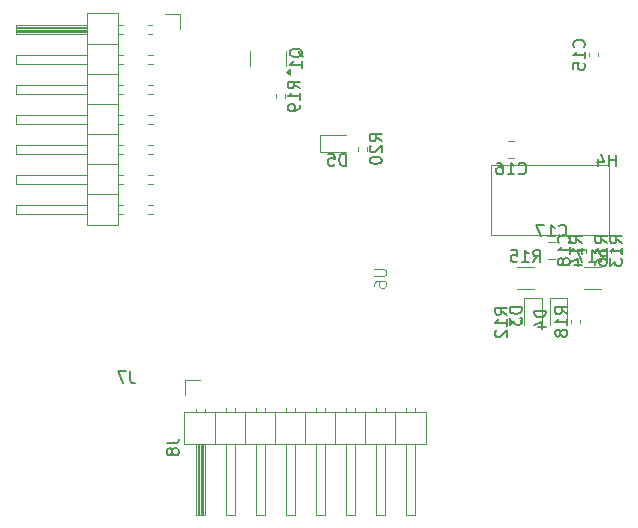
<source format=gbr>
%TF.GenerationSoftware,KiCad,Pcbnew,9.0.0*%
%TF.CreationDate,2025-03-20T21:32:39+01:00*%
%TF.ProjectId,PCB_Module_Payement,5043425f-4d6f-4647-956c-655f50617965,rev?*%
%TF.SameCoordinates,Original*%
%TF.FileFunction,Legend,Bot*%
%TF.FilePolarity,Positive*%
%FSLAX46Y46*%
G04 Gerber Fmt 4.6, Leading zero omitted, Abs format (unit mm)*
G04 Created by KiCad (PCBNEW 9.0.0) date 2025-03-20 21:32:39*
%MOMM*%
%LPD*%
G01*
G04 APERTURE LIST*
%ADD10C,0.150000*%
%ADD11C,0.100000*%
%ADD12C,0.120000*%
G04 APERTURE END LIST*
D10*
X155738094Y-100734819D02*
X155738094Y-99734819D01*
X155738094Y-99734819D02*
X155499999Y-99734819D01*
X155499999Y-99734819D02*
X155357142Y-99782438D01*
X155357142Y-99782438D02*
X155261904Y-99877676D01*
X155261904Y-99877676D02*
X155214285Y-99972914D01*
X155214285Y-99972914D02*
X155166666Y-100163390D01*
X155166666Y-100163390D02*
X155166666Y-100306247D01*
X155166666Y-100306247D02*
X155214285Y-100496723D01*
X155214285Y-100496723D02*
X155261904Y-100591961D01*
X155261904Y-100591961D02*
X155357142Y-100687200D01*
X155357142Y-100687200D02*
X155499999Y-100734819D01*
X155499999Y-100734819D02*
X155738094Y-100734819D01*
X154261904Y-99734819D02*
X154738094Y-99734819D01*
X154738094Y-99734819D02*
X154785713Y-100211009D01*
X154785713Y-100211009D02*
X154738094Y-100163390D01*
X154738094Y-100163390D02*
X154642856Y-100115771D01*
X154642856Y-100115771D02*
X154404761Y-100115771D01*
X154404761Y-100115771D02*
X154309523Y-100163390D01*
X154309523Y-100163390D02*
X154261904Y-100211009D01*
X154261904Y-100211009D02*
X154214285Y-100306247D01*
X154214285Y-100306247D02*
X154214285Y-100544342D01*
X154214285Y-100544342D02*
X154261904Y-100639580D01*
X154261904Y-100639580D02*
X154309523Y-100687200D01*
X154309523Y-100687200D02*
X154404761Y-100734819D01*
X154404761Y-100734819D02*
X154642856Y-100734819D01*
X154642856Y-100734819D02*
X154738094Y-100687200D01*
X154738094Y-100687200D02*
X154785713Y-100639580D01*
X175899580Y-90707142D02*
X175947200Y-90659523D01*
X175947200Y-90659523D02*
X175994819Y-90516666D01*
X175994819Y-90516666D02*
X175994819Y-90421428D01*
X175994819Y-90421428D02*
X175947200Y-90278571D01*
X175947200Y-90278571D02*
X175851961Y-90183333D01*
X175851961Y-90183333D02*
X175756723Y-90135714D01*
X175756723Y-90135714D02*
X175566247Y-90088095D01*
X175566247Y-90088095D02*
X175423390Y-90088095D01*
X175423390Y-90088095D02*
X175232914Y-90135714D01*
X175232914Y-90135714D02*
X175137676Y-90183333D01*
X175137676Y-90183333D02*
X175042438Y-90278571D01*
X175042438Y-90278571D02*
X174994819Y-90421428D01*
X174994819Y-90421428D02*
X174994819Y-90516666D01*
X174994819Y-90516666D02*
X175042438Y-90659523D01*
X175042438Y-90659523D02*
X175090057Y-90707142D01*
X175994819Y-91659523D02*
X175994819Y-91088095D01*
X175994819Y-91373809D02*
X174994819Y-91373809D01*
X174994819Y-91373809D02*
X175137676Y-91278571D01*
X175137676Y-91278571D02*
X175232914Y-91183333D01*
X175232914Y-91183333D02*
X175280533Y-91088095D01*
X174994819Y-92564285D02*
X174994819Y-92088095D01*
X174994819Y-92088095D02*
X175471009Y-92040476D01*
X175471009Y-92040476D02*
X175423390Y-92088095D01*
X175423390Y-92088095D02*
X175375771Y-92183333D01*
X175375771Y-92183333D02*
X175375771Y-92421428D01*
X175375771Y-92421428D02*
X175423390Y-92516666D01*
X175423390Y-92516666D02*
X175471009Y-92564285D01*
X175471009Y-92564285D02*
X175566247Y-92611904D01*
X175566247Y-92611904D02*
X175804342Y-92611904D01*
X175804342Y-92611904D02*
X175899580Y-92564285D01*
X175899580Y-92564285D02*
X175947200Y-92516666D01*
X175947200Y-92516666D02*
X175994819Y-92421428D01*
X175994819Y-92421428D02*
X175994819Y-92183333D01*
X175994819Y-92183333D02*
X175947200Y-92088095D01*
X175947200Y-92088095D02*
X175899580Y-92040476D01*
X178591904Y-100804819D02*
X178591904Y-99804819D01*
X178591904Y-100281009D02*
X178020476Y-100281009D01*
X178020476Y-100804819D02*
X178020476Y-99804819D01*
X177115714Y-100138152D02*
X177115714Y-100804819D01*
X177353809Y-99757200D02*
X177591904Y-100471485D01*
X177591904Y-100471485D02*
X176972857Y-100471485D01*
X151824819Y-94207142D02*
X151348628Y-93873809D01*
X151824819Y-93635714D02*
X150824819Y-93635714D01*
X150824819Y-93635714D02*
X150824819Y-94016666D01*
X150824819Y-94016666D02*
X150872438Y-94111904D01*
X150872438Y-94111904D02*
X150920057Y-94159523D01*
X150920057Y-94159523D02*
X151015295Y-94207142D01*
X151015295Y-94207142D02*
X151158152Y-94207142D01*
X151158152Y-94207142D02*
X151253390Y-94159523D01*
X151253390Y-94159523D02*
X151301009Y-94111904D01*
X151301009Y-94111904D02*
X151348628Y-94016666D01*
X151348628Y-94016666D02*
X151348628Y-93635714D01*
X151824819Y-95159523D02*
X151824819Y-94588095D01*
X151824819Y-94873809D02*
X150824819Y-94873809D01*
X150824819Y-94873809D02*
X150967676Y-94778571D01*
X150967676Y-94778571D02*
X151062914Y-94683333D01*
X151062914Y-94683333D02*
X151110533Y-94588095D01*
X151824819Y-95635714D02*
X151824819Y-95826190D01*
X151824819Y-95826190D02*
X151777200Y-95921428D01*
X151777200Y-95921428D02*
X151729580Y-95969047D01*
X151729580Y-95969047D02*
X151586723Y-96064285D01*
X151586723Y-96064285D02*
X151396247Y-96111904D01*
X151396247Y-96111904D02*
X151015295Y-96111904D01*
X151015295Y-96111904D02*
X150920057Y-96064285D01*
X150920057Y-96064285D02*
X150872438Y-96016666D01*
X150872438Y-96016666D02*
X150824819Y-95921428D01*
X150824819Y-95921428D02*
X150824819Y-95730952D01*
X150824819Y-95730952D02*
X150872438Y-95635714D01*
X150872438Y-95635714D02*
X150920057Y-95588095D01*
X150920057Y-95588095D02*
X151015295Y-95540476D01*
X151015295Y-95540476D02*
X151253390Y-95540476D01*
X151253390Y-95540476D02*
X151348628Y-95588095D01*
X151348628Y-95588095D02*
X151396247Y-95635714D01*
X151396247Y-95635714D02*
X151443866Y-95730952D01*
X151443866Y-95730952D02*
X151443866Y-95921428D01*
X151443866Y-95921428D02*
X151396247Y-96016666D01*
X151396247Y-96016666D02*
X151348628Y-96064285D01*
X151348628Y-96064285D02*
X151253390Y-96111904D01*
X152100057Y-91567261D02*
X152052438Y-91472023D01*
X152052438Y-91472023D02*
X151957200Y-91376785D01*
X151957200Y-91376785D02*
X151814342Y-91233928D01*
X151814342Y-91233928D02*
X151766723Y-91138690D01*
X151766723Y-91138690D02*
X151766723Y-91043452D01*
X152004819Y-91091071D02*
X151957200Y-90995833D01*
X151957200Y-90995833D02*
X151861961Y-90900595D01*
X151861961Y-90900595D02*
X151671485Y-90852976D01*
X151671485Y-90852976D02*
X151338152Y-90852976D01*
X151338152Y-90852976D02*
X151147676Y-90900595D01*
X151147676Y-90900595D02*
X151052438Y-90995833D01*
X151052438Y-90995833D02*
X151004819Y-91091071D01*
X151004819Y-91091071D02*
X151004819Y-91281547D01*
X151004819Y-91281547D02*
X151052438Y-91376785D01*
X151052438Y-91376785D02*
X151147676Y-91472023D01*
X151147676Y-91472023D02*
X151338152Y-91519642D01*
X151338152Y-91519642D02*
X151671485Y-91519642D01*
X151671485Y-91519642D02*
X151861961Y-91472023D01*
X151861961Y-91472023D02*
X151957200Y-91376785D01*
X151957200Y-91376785D02*
X152004819Y-91281547D01*
X152004819Y-91281547D02*
X152004819Y-91091071D01*
X152004819Y-92472023D02*
X152004819Y-91900595D01*
X152004819Y-92186309D02*
X151004819Y-92186309D01*
X151004819Y-92186309D02*
X151147676Y-92091071D01*
X151147676Y-92091071D02*
X151242914Y-91995833D01*
X151242914Y-91995833D02*
X151290533Y-91900595D01*
X169384819Y-113357142D02*
X168908628Y-113023809D01*
X169384819Y-112785714D02*
X168384819Y-112785714D01*
X168384819Y-112785714D02*
X168384819Y-113166666D01*
X168384819Y-113166666D02*
X168432438Y-113261904D01*
X168432438Y-113261904D02*
X168480057Y-113309523D01*
X168480057Y-113309523D02*
X168575295Y-113357142D01*
X168575295Y-113357142D02*
X168718152Y-113357142D01*
X168718152Y-113357142D02*
X168813390Y-113309523D01*
X168813390Y-113309523D02*
X168861009Y-113261904D01*
X168861009Y-113261904D02*
X168908628Y-113166666D01*
X168908628Y-113166666D02*
X168908628Y-112785714D01*
X169384819Y-114309523D02*
X169384819Y-113738095D01*
X169384819Y-114023809D02*
X168384819Y-114023809D01*
X168384819Y-114023809D02*
X168527676Y-113928571D01*
X168527676Y-113928571D02*
X168622914Y-113833333D01*
X168622914Y-113833333D02*
X168670533Y-113738095D01*
X168480057Y-114690476D02*
X168432438Y-114738095D01*
X168432438Y-114738095D02*
X168384819Y-114833333D01*
X168384819Y-114833333D02*
X168384819Y-115071428D01*
X168384819Y-115071428D02*
X168432438Y-115166666D01*
X168432438Y-115166666D02*
X168480057Y-115214285D01*
X168480057Y-115214285D02*
X168575295Y-115261904D01*
X168575295Y-115261904D02*
X168670533Y-115261904D01*
X168670533Y-115261904D02*
X168813390Y-115214285D01*
X168813390Y-115214285D02*
X169384819Y-114642857D01*
X169384819Y-114642857D02*
X169384819Y-115261904D01*
X179124819Y-107307142D02*
X178648628Y-106973809D01*
X179124819Y-106735714D02*
X178124819Y-106735714D01*
X178124819Y-106735714D02*
X178124819Y-107116666D01*
X178124819Y-107116666D02*
X178172438Y-107211904D01*
X178172438Y-107211904D02*
X178220057Y-107259523D01*
X178220057Y-107259523D02*
X178315295Y-107307142D01*
X178315295Y-107307142D02*
X178458152Y-107307142D01*
X178458152Y-107307142D02*
X178553390Y-107259523D01*
X178553390Y-107259523D02*
X178601009Y-107211904D01*
X178601009Y-107211904D02*
X178648628Y-107116666D01*
X178648628Y-107116666D02*
X178648628Y-106735714D01*
X179124819Y-108259523D02*
X179124819Y-107688095D01*
X179124819Y-107973809D02*
X178124819Y-107973809D01*
X178124819Y-107973809D02*
X178267676Y-107878571D01*
X178267676Y-107878571D02*
X178362914Y-107783333D01*
X178362914Y-107783333D02*
X178410533Y-107688095D01*
X178124819Y-108592857D02*
X178124819Y-109211904D01*
X178124819Y-109211904D02*
X178505771Y-108878571D01*
X178505771Y-108878571D02*
X178505771Y-109021428D01*
X178505771Y-109021428D02*
X178553390Y-109116666D01*
X178553390Y-109116666D02*
X178601009Y-109164285D01*
X178601009Y-109164285D02*
X178696247Y-109211904D01*
X178696247Y-109211904D02*
X178934342Y-109211904D01*
X178934342Y-109211904D02*
X179029580Y-109164285D01*
X179029580Y-109164285D02*
X179077200Y-109116666D01*
X179077200Y-109116666D02*
X179124819Y-109021428D01*
X179124819Y-109021428D02*
X179124819Y-108735714D01*
X179124819Y-108735714D02*
X179077200Y-108640476D01*
X179077200Y-108640476D02*
X179029580Y-108592857D01*
X158774819Y-98667142D02*
X158298628Y-98333809D01*
X158774819Y-98095714D02*
X157774819Y-98095714D01*
X157774819Y-98095714D02*
X157774819Y-98476666D01*
X157774819Y-98476666D02*
X157822438Y-98571904D01*
X157822438Y-98571904D02*
X157870057Y-98619523D01*
X157870057Y-98619523D02*
X157965295Y-98667142D01*
X157965295Y-98667142D02*
X158108152Y-98667142D01*
X158108152Y-98667142D02*
X158203390Y-98619523D01*
X158203390Y-98619523D02*
X158251009Y-98571904D01*
X158251009Y-98571904D02*
X158298628Y-98476666D01*
X158298628Y-98476666D02*
X158298628Y-98095714D01*
X157870057Y-99048095D02*
X157822438Y-99095714D01*
X157822438Y-99095714D02*
X157774819Y-99190952D01*
X157774819Y-99190952D02*
X157774819Y-99429047D01*
X157774819Y-99429047D02*
X157822438Y-99524285D01*
X157822438Y-99524285D02*
X157870057Y-99571904D01*
X157870057Y-99571904D02*
X157965295Y-99619523D01*
X157965295Y-99619523D02*
X158060533Y-99619523D01*
X158060533Y-99619523D02*
X158203390Y-99571904D01*
X158203390Y-99571904D02*
X158774819Y-99000476D01*
X158774819Y-99000476D02*
X158774819Y-99619523D01*
X157774819Y-100238571D02*
X157774819Y-100333809D01*
X157774819Y-100333809D02*
X157822438Y-100429047D01*
X157822438Y-100429047D02*
X157870057Y-100476666D01*
X157870057Y-100476666D02*
X157965295Y-100524285D01*
X157965295Y-100524285D02*
X158155771Y-100571904D01*
X158155771Y-100571904D02*
X158393866Y-100571904D01*
X158393866Y-100571904D02*
X158584342Y-100524285D01*
X158584342Y-100524285D02*
X158679580Y-100476666D01*
X158679580Y-100476666D02*
X158727200Y-100429047D01*
X158727200Y-100429047D02*
X158774819Y-100333809D01*
X158774819Y-100333809D02*
X158774819Y-100238571D01*
X158774819Y-100238571D02*
X158727200Y-100143333D01*
X158727200Y-100143333D02*
X158679580Y-100095714D01*
X158679580Y-100095714D02*
X158584342Y-100048095D01*
X158584342Y-100048095D02*
X158393866Y-100000476D01*
X158393866Y-100000476D02*
X158155771Y-100000476D01*
X158155771Y-100000476D02*
X157965295Y-100048095D01*
X157965295Y-100048095D02*
X157870057Y-100095714D01*
X157870057Y-100095714D02*
X157822438Y-100143333D01*
X157822438Y-100143333D02*
X157774819Y-100238571D01*
D11*
X158157419Y-109488095D02*
X158966942Y-109488095D01*
X158966942Y-109488095D02*
X159062180Y-109535714D01*
X159062180Y-109535714D02*
X159109800Y-109583333D01*
X159109800Y-109583333D02*
X159157419Y-109678571D01*
X159157419Y-109678571D02*
X159157419Y-109869047D01*
X159157419Y-109869047D02*
X159109800Y-109964285D01*
X159109800Y-109964285D02*
X159062180Y-110011904D01*
X159062180Y-110011904D02*
X158966942Y-110059523D01*
X158966942Y-110059523D02*
X158157419Y-110059523D01*
X158157419Y-110964285D02*
X158157419Y-110773809D01*
X158157419Y-110773809D02*
X158205038Y-110678571D01*
X158205038Y-110678571D02*
X158252657Y-110630952D01*
X158252657Y-110630952D02*
X158395514Y-110535714D01*
X158395514Y-110535714D02*
X158585990Y-110488095D01*
X158585990Y-110488095D02*
X158966942Y-110488095D01*
X158966942Y-110488095D02*
X159062180Y-110535714D01*
X159062180Y-110535714D02*
X159109800Y-110583333D01*
X159109800Y-110583333D02*
X159157419Y-110678571D01*
X159157419Y-110678571D02*
X159157419Y-110869047D01*
X159157419Y-110869047D02*
X159109800Y-110964285D01*
X159109800Y-110964285D02*
X159062180Y-111011904D01*
X159062180Y-111011904D02*
X158966942Y-111059523D01*
X158966942Y-111059523D02*
X158728847Y-111059523D01*
X158728847Y-111059523D02*
X158633609Y-111011904D01*
X158633609Y-111011904D02*
X158585990Y-110964285D01*
X158585990Y-110964285D02*
X158538371Y-110869047D01*
X158538371Y-110869047D02*
X158538371Y-110678571D01*
X158538371Y-110678571D02*
X158585990Y-110583333D01*
X158585990Y-110583333D02*
X158633609Y-110535714D01*
X158633609Y-110535714D02*
X158728847Y-110488095D01*
D10*
X170624819Y-112711905D02*
X169624819Y-112711905D01*
X169624819Y-112711905D02*
X169624819Y-112950000D01*
X169624819Y-112950000D02*
X169672438Y-113092857D01*
X169672438Y-113092857D02*
X169767676Y-113188095D01*
X169767676Y-113188095D02*
X169862914Y-113235714D01*
X169862914Y-113235714D02*
X170053390Y-113283333D01*
X170053390Y-113283333D02*
X170196247Y-113283333D01*
X170196247Y-113283333D02*
X170386723Y-113235714D01*
X170386723Y-113235714D02*
X170481961Y-113188095D01*
X170481961Y-113188095D02*
X170577200Y-113092857D01*
X170577200Y-113092857D02*
X170624819Y-112950000D01*
X170624819Y-112950000D02*
X170624819Y-112711905D01*
X169624819Y-113616667D02*
X169624819Y-114235714D01*
X169624819Y-114235714D02*
X170005771Y-113902381D01*
X170005771Y-113902381D02*
X170005771Y-114045238D01*
X170005771Y-114045238D02*
X170053390Y-114140476D01*
X170053390Y-114140476D02*
X170101009Y-114188095D01*
X170101009Y-114188095D02*
X170196247Y-114235714D01*
X170196247Y-114235714D02*
X170434342Y-114235714D01*
X170434342Y-114235714D02*
X170529580Y-114188095D01*
X170529580Y-114188095D02*
X170577200Y-114140476D01*
X170577200Y-114140476D02*
X170624819Y-114045238D01*
X170624819Y-114045238D02*
X170624819Y-113759524D01*
X170624819Y-113759524D02*
X170577200Y-113664286D01*
X170577200Y-113664286D02*
X170529580Y-113616667D01*
X175734819Y-107307142D02*
X175258628Y-106973809D01*
X175734819Y-106735714D02*
X174734819Y-106735714D01*
X174734819Y-106735714D02*
X174734819Y-107116666D01*
X174734819Y-107116666D02*
X174782438Y-107211904D01*
X174782438Y-107211904D02*
X174830057Y-107259523D01*
X174830057Y-107259523D02*
X174925295Y-107307142D01*
X174925295Y-107307142D02*
X175068152Y-107307142D01*
X175068152Y-107307142D02*
X175163390Y-107259523D01*
X175163390Y-107259523D02*
X175211009Y-107211904D01*
X175211009Y-107211904D02*
X175258628Y-107116666D01*
X175258628Y-107116666D02*
X175258628Y-106735714D01*
X175734819Y-108259523D02*
X175734819Y-107688095D01*
X175734819Y-107973809D02*
X174734819Y-107973809D01*
X174734819Y-107973809D02*
X174877676Y-107878571D01*
X174877676Y-107878571D02*
X174972914Y-107783333D01*
X174972914Y-107783333D02*
X175020533Y-107688095D01*
X175068152Y-109116666D02*
X175734819Y-109116666D01*
X174687200Y-108878571D02*
X175401485Y-108640476D01*
X175401485Y-108640476D02*
X175401485Y-109259523D01*
X170392857Y-101389580D02*
X170440476Y-101437200D01*
X170440476Y-101437200D02*
X170583333Y-101484819D01*
X170583333Y-101484819D02*
X170678571Y-101484819D01*
X170678571Y-101484819D02*
X170821428Y-101437200D01*
X170821428Y-101437200D02*
X170916666Y-101341961D01*
X170916666Y-101341961D02*
X170964285Y-101246723D01*
X170964285Y-101246723D02*
X171011904Y-101056247D01*
X171011904Y-101056247D02*
X171011904Y-100913390D01*
X171011904Y-100913390D02*
X170964285Y-100722914D01*
X170964285Y-100722914D02*
X170916666Y-100627676D01*
X170916666Y-100627676D02*
X170821428Y-100532438D01*
X170821428Y-100532438D02*
X170678571Y-100484819D01*
X170678571Y-100484819D02*
X170583333Y-100484819D01*
X170583333Y-100484819D02*
X170440476Y-100532438D01*
X170440476Y-100532438D02*
X170392857Y-100580057D01*
X169440476Y-101484819D02*
X170011904Y-101484819D01*
X169726190Y-101484819D02*
X169726190Y-100484819D01*
X169726190Y-100484819D02*
X169821428Y-100627676D01*
X169821428Y-100627676D02*
X169916666Y-100722914D01*
X169916666Y-100722914D02*
X170011904Y-100770533D01*
X168583333Y-100484819D02*
X168773809Y-100484819D01*
X168773809Y-100484819D02*
X168869047Y-100532438D01*
X168869047Y-100532438D02*
X168916666Y-100580057D01*
X168916666Y-100580057D02*
X169011904Y-100722914D01*
X169011904Y-100722914D02*
X169059523Y-100913390D01*
X169059523Y-100913390D02*
X169059523Y-101294342D01*
X169059523Y-101294342D02*
X169011904Y-101389580D01*
X169011904Y-101389580D02*
X168964285Y-101437200D01*
X168964285Y-101437200D02*
X168869047Y-101484819D01*
X168869047Y-101484819D02*
X168678571Y-101484819D01*
X168678571Y-101484819D02*
X168583333Y-101437200D01*
X168583333Y-101437200D02*
X168535714Y-101389580D01*
X168535714Y-101389580D02*
X168488095Y-101294342D01*
X168488095Y-101294342D02*
X168488095Y-101056247D01*
X168488095Y-101056247D02*
X168535714Y-100961009D01*
X168535714Y-100961009D02*
X168583333Y-100913390D01*
X168583333Y-100913390D02*
X168678571Y-100865771D01*
X168678571Y-100865771D02*
X168869047Y-100865771D01*
X168869047Y-100865771D02*
X168964285Y-100913390D01*
X168964285Y-100913390D02*
X169011904Y-100961009D01*
X169011904Y-100961009D02*
X169059523Y-101056247D01*
X171592857Y-108884819D02*
X171926190Y-108408628D01*
X172164285Y-108884819D02*
X172164285Y-107884819D01*
X172164285Y-107884819D02*
X171783333Y-107884819D01*
X171783333Y-107884819D02*
X171688095Y-107932438D01*
X171688095Y-107932438D02*
X171640476Y-107980057D01*
X171640476Y-107980057D02*
X171592857Y-108075295D01*
X171592857Y-108075295D02*
X171592857Y-108218152D01*
X171592857Y-108218152D02*
X171640476Y-108313390D01*
X171640476Y-108313390D02*
X171688095Y-108361009D01*
X171688095Y-108361009D02*
X171783333Y-108408628D01*
X171783333Y-108408628D02*
X172164285Y-108408628D01*
X170640476Y-108884819D02*
X171211904Y-108884819D01*
X170926190Y-108884819D02*
X170926190Y-107884819D01*
X170926190Y-107884819D02*
X171021428Y-108027676D01*
X171021428Y-108027676D02*
X171116666Y-108122914D01*
X171116666Y-108122914D02*
X171211904Y-108170533D01*
X169735714Y-107884819D02*
X170211904Y-107884819D01*
X170211904Y-107884819D02*
X170259523Y-108361009D01*
X170259523Y-108361009D02*
X170211904Y-108313390D01*
X170211904Y-108313390D02*
X170116666Y-108265771D01*
X170116666Y-108265771D02*
X169878571Y-108265771D01*
X169878571Y-108265771D02*
X169783333Y-108313390D01*
X169783333Y-108313390D02*
X169735714Y-108361009D01*
X169735714Y-108361009D02*
X169688095Y-108456247D01*
X169688095Y-108456247D02*
X169688095Y-108694342D01*
X169688095Y-108694342D02*
X169735714Y-108789580D01*
X169735714Y-108789580D02*
X169783333Y-108837200D01*
X169783333Y-108837200D02*
X169878571Y-108884819D01*
X169878571Y-108884819D02*
X170116666Y-108884819D01*
X170116666Y-108884819D02*
X170211904Y-108837200D01*
X170211904Y-108837200D02*
X170259523Y-108789580D01*
X137478333Y-118159819D02*
X137478333Y-118874104D01*
X137478333Y-118874104D02*
X137525952Y-119016961D01*
X137525952Y-119016961D02*
X137621190Y-119112200D01*
X137621190Y-119112200D02*
X137764047Y-119159819D01*
X137764047Y-119159819D02*
X137859285Y-119159819D01*
X137097380Y-118159819D02*
X136430714Y-118159819D01*
X136430714Y-118159819D02*
X136859285Y-119159819D01*
X140594819Y-124246666D02*
X141309104Y-124246666D01*
X141309104Y-124246666D02*
X141451961Y-124199047D01*
X141451961Y-124199047D02*
X141547200Y-124103809D01*
X141547200Y-124103809D02*
X141594819Y-123960952D01*
X141594819Y-123960952D02*
X141594819Y-123865714D01*
X141023390Y-124865714D02*
X140975771Y-124770476D01*
X140975771Y-124770476D02*
X140928152Y-124722857D01*
X140928152Y-124722857D02*
X140832914Y-124675238D01*
X140832914Y-124675238D02*
X140785295Y-124675238D01*
X140785295Y-124675238D02*
X140690057Y-124722857D01*
X140690057Y-124722857D02*
X140642438Y-124770476D01*
X140642438Y-124770476D02*
X140594819Y-124865714D01*
X140594819Y-124865714D02*
X140594819Y-125056190D01*
X140594819Y-125056190D02*
X140642438Y-125151428D01*
X140642438Y-125151428D02*
X140690057Y-125199047D01*
X140690057Y-125199047D02*
X140785295Y-125246666D01*
X140785295Y-125246666D02*
X140832914Y-125246666D01*
X140832914Y-125246666D02*
X140928152Y-125199047D01*
X140928152Y-125199047D02*
X140975771Y-125151428D01*
X140975771Y-125151428D02*
X141023390Y-125056190D01*
X141023390Y-125056190D02*
X141023390Y-124865714D01*
X141023390Y-124865714D02*
X141071009Y-124770476D01*
X141071009Y-124770476D02*
X141118628Y-124722857D01*
X141118628Y-124722857D02*
X141213866Y-124675238D01*
X141213866Y-124675238D02*
X141404342Y-124675238D01*
X141404342Y-124675238D02*
X141499580Y-124722857D01*
X141499580Y-124722857D02*
X141547200Y-124770476D01*
X141547200Y-124770476D02*
X141594819Y-124865714D01*
X141594819Y-124865714D02*
X141594819Y-125056190D01*
X141594819Y-125056190D02*
X141547200Y-125151428D01*
X141547200Y-125151428D02*
X141499580Y-125199047D01*
X141499580Y-125199047D02*
X141404342Y-125246666D01*
X141404342Y-125246666D02*
X141213866Y-125246666D01*
X141213866Y-125246666D02*
X141118628Y-125199047D01*
X141118628Y-125199047D02*
X141071009Y-125151428D01*
X141071009Y-125151428D02*
X141023390Y-125056190D01*
X177834819Y-107307142D02*
X177358628Y-106973809D01*
X177834819Y-106735714D02*
X176834819Y-106735714D01*
X176834819Y-106735714D02*
X176834819Y-107116666D01*
X176834819Y-107116666D02*
X176882438Y-107211904D01*
X176882438Y-107211904D02*
X176930057Y-107259523D01*
X176930057Y-107259523D02*
X177025295Y-107307142D01*
X177025295Y-107307142D02*
X177168152Y-107307142D01*
X177168152Y-107307142D02*
X177263390Y-107259523D01*
X177263390Y-107259523D02*
X177311009Y-107211904D01*
X177311009Y-107211904D02*
X177358628Y-107116666D01*
X177358628Y-107116666D02*
X177358628Y-106735714D01*
X177834819Y-108259523D02*
X177834819Y-107688095D01*
X177834819Y-107973809D02*
X176834819Y-107973809D01*
X176834819Y-107973809D02*
X176977676Y-107878571D01*
X176977676Y-107878571D02*
X177072914Y-107783333D01*
X177072914Y-107783333D02*
X177120533Y-107688095D01*
X176834819Y-109116666D02*
X176834819Y-108926190D01*
X176834819Y-108926190D02*
X176882438Y-108830952D01*
X176882438Y-108830952D02*
X176930057Y-108783333D01*
X176930057Y-108783333D02*
X177072914Y-108688095D01*
X177072914Y-108688095D02*
X177263390Y-108640476D01*
X177263390Y-108640476D02*
X177644342Y-108640476D01*
X177644342Y-108640476D02*
X177739580Y-108688095D01*
X177739580Y-108688095D02*
X177787200Y-108735714D01*
X177787200Y-108735714D02*
X177834819Y-108830952D01*
X177834819Y-108830952D02*
X177834819Y-109021428D01*
X177834819Y-109021428D02*
X177787200Y-109116666D01*
X177787200Y-109116666D02*
X177739580Y-109164285D01*
X177739580Y-109164285D02*
X177644342Y-109211904D01*
X177644342Y-109211904D02*
X177406247Y-109211904D01*
X177406247Y-109211904D02*
X177311009Y-109164285D01*
X177311009Y-109164285D02*
X177263390Y-109116666D01*
X177263390Y-109116666D02*
X177215771Y-109021428D01*
X177215771Y-109021428D02*
X177215771Y-108830952D01*
X177215771Y-108830952D02*
X177263390Y-108735714D01*
X177263390Y-108735714D02*
X177311009Y-108688095D01*
X177311009Y-108688095D02*
X177406247Y-108640476D01*
X177292857Y-108884819D02*
X177626190Y-108408628D01*
X177864285Y-108884819D02*
X177864285Y-107884819D01*
X177864285Y-107884819D02*
X177483333Y-107884819D01*
X177483333Y-107884819D02*
X177388095Y-107932438D01*
X177388095Y-107932438D02*
X177340476Y-107980057D01*
X177340476Y-107980057D02*
X177292857Y-108075295D01*
X177292857Y-108075295D02*
X177292857Y-108218152D01*
X177292857Y-108218152D02*
X177340476Y-108313390D01*
X177340476Y-108313390D02*
X177388095Y-108361009D01*
X177388095Y-108361009D02*
X177483333Y-108408628D01*
X177483333Y-108408628D02*
X177864285Y-108408628D01*
X176340476Y-108884819D02*
X176911904Y-108884819D01*
X176626190Y-108884819D02*
X176626190Y-107884819D01*
X176626190Y-107884819D02*
X176721428Y-108027676D01*
X176721428Y-108027676D02*
X176816666Y-108122914D01*
X176816666Y-108122914D02*
X176911904Y-108170533D01*
X176007142Y-107884819D02*
X175340476Y-107884819D01*
X175340476Y-107884819D02*
X175769047Y-108884819D01*
X173792857Y-106629580D02*
X173840476Y-106677200D01*
X173840476Y-106677200D02*
X173983333Y-106724819D01*
X173983333Y-106724819D02*
X174078571Y-106724819D01*
X174078571Y-106724819D02*
X174221428Y-106677200D01*
X174221428Y-106677200D02*
X174316666Y-106581961D01*
X174316666Y-106581961D02*
X174364285Y-106486723D01*
X174364285Y-106486723D02*
X174411904Y-106296247D01*
X174411904Y-106296247D02*
X174411904Y-106153390D01*
X174411904Y-106153390D02*
X174364285Y-105962914D01*
X174364285Y-105962914D02*
X174316666Y-105867676D01*
X174316666Y-105867676D02*
X174221428Y-105772438D01*
X174221428Y-105772438D02*
X174078571Y-105724819D01*
X174078571Y-105724819D02*
X173983333Y-105724819D01*
X173983333Y-105724819D02*
X173840476Y-105772438D01*
X173840476Y-105772438D02*
X173792857Y-105820057D01*
X172840476Y-106724819D02*
X173411904Y-106724819D01*
X173126190Y-106724819D02*
X173126190Y-105724819D01*
X173126190Y-105724819D02*
X173221428Y-105867676D01*
X173221428Y-105867676D02*
X173316666Y-105962914D01*
X173316666Y-105962914D02*
X173411904Y-106010533D01*
X172507142Y-105724819D02*
X171840476Y-105724819D01*
X171840476Y-105724819D02*
X172269047Y-106724819D01*
X174484819Y-113307142D02*
X174008628Y-112973809D01*
X174484819Y-112735714D02*
X173484819Y-112735714D01*
X173484819Y-112735714D02*
X173484819Y-113116666D01*
X173484819Y-113116666D02*
X173532438Y-113211904D01*
X173532438Y-113211904D02*
X173580057Y-113259523D01*
X173580057Y-113259523D02*
X173675295Y-113307142D01*
X173675295Y-113307142D02*
X173818152Y-113307142D01*
X173818152Y-113307142D02*
X173913390Y-113259523D01*
X173913390Y-113259523D02*
X173961009Y-113211904D01*
X173961009Y-113211904D02*
X174008628Y-113116666D01*
X174008628Y-113116666D02*
X174008628Y-112735714D01*
X174484819Y-114259523D02*
X174484819Y-113688095D01*
X174484819Y-113973809D02*
X173484819Y-113973809D01*
X173484819Y-113973809D02*
X173627676Y-113878571D01*
X173627676Y-113878571D02*
X173722914Y-113783333D01*
X173722914Y-113783333D02*
X173770533Y-113688095D01*
X173913390Y-114830952D02*
X173865771Y-114735714D01*
X173865771Y-114735714D02*
X173818152Y-114688095D01*
X173818152Y-114688095D02*
X173722914Y-114640476D01*
X173722914Y-114640476D02*
X173675295Y-114640476D01*
X173675295Y-114640476D02*
X173580057Y-114688095D01*
X173580057Y-114688095D02*
X173532438Y-114735714D01*
X173532438Y-114735714D02*
X173484819Y-114830952D01*
X173484819Y-114830952D02*
X173484819Y-115021428D01*
X173484819Y-115021428D02*
X173532438Y-115116666D01*
X173532438Y-115116666D02*
X173580057Y-115164285D01*
X173580057Y-115164285D02*
X173675295Y-115211904D01*
X173675295Y-115211904D02*
X173722914Y-115211904D01*
X173722914Y-115211904D02*
X173818152Y-115164285D01*
X173818152Y-115164285D02*
X173865771Y-115116666D01*
X173865771Y-115116666D02*
X173913390Y-115021428D01*
X173913390Y-115021428D02*
X173913390Y-114830952D01*
X173913390Y-114830952D02*
X173961009Y-114735714D01*
X173961009Y-114735714D02*
X174008628Y-114688095D01*
X174008628Y-114688095D02*
X174103866Y-114640476D01*
X174103866Y-114640476D02*
X174294342Y-114640476D01*
X174294342Y-114640476D02*
X174389580Y-114688095D01*
X174389580Y-114688095D02*
X174437200Y-114735714D01*
X174437200Y-114735714D02*
X174484819Y-114830952D01*
X174484819Y-114830952D02*
X174484819Y-115021428D01*
X174484819Y-115021428D02*
X174437200Y-115116666D01*
X174437200Y-115116666D02*
X174389580Y-115164285D01*
X174389580Y-115164285D02*
X174294342Y-115211904D01*
X174294342Y-115211904D02*
X174103866Y-115211904D01*
X174103866Y-115211904D02*
X174008628Y-115164285D01*
X174008628Y-115164285D02*
X173961009Y-115116666D01*
X173961009Y-115116666D02*
X173913390Y-115021428D01*
X172694819Y-113011905D02*
X171694819Y-113011905D01*
X171694819Y-113011905D02*
X171694819Y-113250000D01*
X171694819Y-113250000D02*
X171742438Y-113392857D01*
X171742438Y-113392857D02*
X171837676Y-113488095D01*
X171837676Y-113488095D02*
X171932914Y-113535714D01*
X171932914Y-113535714D02*
X172123390Y-113583333D01*
X172123390Y-113583333D02*
X172266247Y-113583333D01*
X172266247Y-113583333D02*
X172456723Y-113535714D01*
X172456723Y-113535714D02*
X172551961Y-113488095D01*
X172551961Y-113488095D02*
X172647200Y-113392857D01*
X172647200Y-113392857D02*
X172694819Y-113250000D01*
X172694819Y-113250000D02*
X172694819Y-113011905D01*
X172028152Y-114440476D02*
X172694819Y-114440476D01*
X171647200Y-114202381D02*
X172361485Y-113964286D01*
X172361485Y-113964286D02*
X172361485Y-114583333D01*
X174599580Y-107257142D02*
X174647200Y-107209523D01*
X174647200Y-107209523D02*
X174694819Y-107066666D01*
X174694819Y-107066666D02*
X174694819Y-106971428D01*
X174694819Y-106971428D02*
X174647200Y-106828571D01*
X174647200Y-106828571D02*
X174551961Y-106733333D01*
X174551961Y-106733333D02*
X174456723Y-106685714D01*
X174456723Y-106685714D02*
X174266247Y-106638095D01*
X174266247Y-106638095D02*
X174123390Y-106638095D01*
X174123390Y-106638095D02*
X173932914Y-106685714D01*
X173932914Y-106685714D02*
X173837676Y-106733333D01*
X173837676Y-106733333D02*
X173742438Y-106828571D01*
X173742438Y-106828571D02*
X173694819Y-106971428D01*
X173694819Y-106971428D02*
X173694819Y-107066666D01*
X173694819Y-107066666D02*
X173742438Y-107209523D01*
X173742438Y-107209523D02*
X173790057Y-107257142D01*
X174694819Y-108209523D02*
X174694819Y-107638095D01*
X174694819Y-107923809D02*
X173694819Y-107923809D01*
X173694819Y-107923809D02*
X173837676Y-107828571D01*
X173837676Y-107828571D02*
X173932914Y-107733333D01*
X173932914Y-107733333D02*
X173980533Y-107638095D01*
X174123390Y-108780952D02*
X174075771Y-108685714D01*
X174075771Y-108685714D02*
X174028152Y-108638095D01*
X174028152Y-108638095D02*
X173932914Y-108590476D01*
X173932914Y-108590476D02*
X173885295Y-108590476D01*
X173885295Y-108590476D02*
X173790057Y-108638095D01*
X173790057Y-108638095D02*
X173742438Y-108685714D01*
X173742438Y-108685714D02*
X173694819Y-108780952D01*
X173694819Y-108780952D02*
X173694819Y-108971428D01*
X173694819Y-108971428D02*
X173742438Y-109066666D01*
X173742438Y-109066666D02*
X173790057Y-109114285D01*
X173790057Y-109114285D02*
X173885295Y-109161904D01*
X173885295Y-109161904D02*
X173932914Y-109161904D01*
X173932914Y-109161904D02*
X174028152Y-109114285D01*
X174028152Y-109114285D02*
X174075771Y-109066666D01*
X174075771Y-109066666D02*
X174123390Y-108971428D01*
X174123390Y-108971428D02*
X174123390Y-108780952D01*
X174123390Y-108780952D02*
X174171009Y-108685714D01*
X174171009Y-108685714D02*
X174218628Y-108638095D01*
X174218628Y-108638095D02*
X174313866Y-108590476D01*
X174313866Y-108590476D02*
X174504342Y-108590476D01*
X174504342Y-108590476D02*
X174599580Y-108638095D01*
X174599580Y-108638095D02*
X174647200Y-108685714D01*
X174647200Y-108685714D02*
X174694819Y-108780952D01*
X174694819Y-108780952D02*
X174694819Y-108971428D01*
X174694819Y-108971428D02*
X174647200Y-109066666D01*
X174647200Y-109066666D02*
X174599580Y-109114285D01*
X174599580Y-109114285D02*
X174504342Y-109161904D01*
X174504342Y-109161904D02*
X174313866Y-109161904D01*
X174313866Y-109161904D02*
X174218628Y-109114285D01*
X174218628Y-109114285D02*
X174171009Y-109066666D01*
X174171009Y-109066666D02*
X174123390Y-108971428D01*
D12*
%TO.C,D5*%
X153515000Y-99585000D02*
X153515000Y-98115000D01*
X155800000Y-99585000D02*
X153515000Y-99585000D01*
X153515000Y-98115000D02*
X155800000Y-98115000D01*
%TO.C,C15*%
X176340000Y-91242164D02*
X176340000Y-91457836D01*
X177060000Y-91242164D02*
X177060000Y-91457836D01*
%TO.C,R19*%
X150580000Y-95003641D02*
X150580000Y-94696359D01*
X149820000Y-95003641D02*
X149820000Y-94696359D01*
%TO.C,Q1*%
X150710000Y-91662500D02*
X150710000Y-91012500D01*
X150710000Y-91662500D02*
X150710000Y-92312500D01*
X147590000Y-91662500D02*
X147590000Y-91012500D01*
X147590000Y-91662500D02*
X147590000Y-92312500D01*
X150990000Y-93065000D02*
X150660000Y-92825000D01*
X150990000Y-92585000D01*
X150990000Y-93065000D01*
G36*
X150990000Y-93065000D02*
G01*
X150660000Y-92825000D01*
X150990000Y-92585000D01*
X150990000Y-93065000D01*
G37*
%TO.C,R12*%
X169720000Y-113846359D02*
X169720000Y-114153641D01*
X170480000Y-113846359D02*
X170480000Y-114153641D01*
%TO.C,R13*%
X177120000Y-108103641D02*
X177120000Y-107796359D01*
X177880000Y-108103641D02*
X177880000Y-107796359D01*
%TO.C,R20*%
X156770000Y-99463641D02*
X156770000Y-99156359D01*
X157530000Y-99463641D02*
X157530000Y-99156359D01*
%TO.C,U6*%
D11*
X168000000Y-100650000D02*
X178000000Y-100650000D01*
X178000000Y-106650000D01*
X168000000Y-106650000D01*
X168000000Y-100650000D01*
D12*
%TO.C,D3*%
X170865000Y-111965000D02*
X172335000Y-111965000D01*
X170865000Y-114250000D02*
X170865000Y-111965000D01*
X172335000Y-111965000D02*
X172335000Y-114250000D01*
%TO.C,R14*%
X176070000Y-107796359D02*
X176070000Y-108103641D01*
X176830000Y-107796359D02*
X176830000Y-108103641D01*
%TO.C,C16*%
X169488748Y-98615000D02*
X170011252Y-98615000D01*
X169488748Y-100085000D02*
X170011252Y-100085000D01*
%TO.C,R15*%
X171677064Y-109340000D02*
X170222936Y-109340000D01*
X171677064Y-111160000D02*
X170222936Y-111160000D01*
%TO.C,J7*%
X127810000Y-88795000D02*
X127810000Y-89555000D01*
X127810000Y-89555000D02*
X133810000Y-89555000D01*
X127810000Y-91335000D02*
X127810000Y-92095000D01*
X127810000Y-92095000D02*
X133810000Y-92095000D01*
X127810000Y-93875000D02*
X127810000Y-94635000D01*
X127810000Y-94635000D02*
X133810000Y-94635000D01*
X127810000Y-96415000D02*
X127810000Y-97175000D01*
X127810000Y-97175000D02*
X133810000Y-97175000D01*
X127810000Y-98955000D02*
X127810000Y-99715000D01*
X127810000Y-99715000D02*
X133810000Y-99715000D01*
X127810000Y-101495000D02*
X127810000Y-102255000D01*
X127810000Y-102255000D02*
X133810000Y-102255000D01*
X127810000Y-104035000D02*
X127810000Y-104795000D01*
X127810000Y-104795000D02*
X133810000Y-104795000D01*
X133810000Y-87845000D02*
X136470000Y-87845000D01*
X133810000Y-88795000D02*
X127810000Y-88795000D01*
X133810000Y-88855000D02*
X127810000Y-88855000D01*
X133810000Y-88975000D02*
X127810000Y-88975000D01*
X133810000Y-89095000D02*
X127810000Y-89095000D01*
X133810000Y-89215000D02*
X127810000Y-89215000D01*
X133810000Y-89335000D02*
X127810000Y-89335000D01*
X133810000Y-89455000D02*
X127810000Y-89455000D01*
X133810000Y-91335000D02*
X127810000Y-91335000D01*
X133810000Y-93875000D02*
X127810000Y-93875000D01*
X133810000Y-96415000D02*
X127810000Y-96415000D01*
X133810000Y-98955000D02*
X127810000Y-98955000D01*
X133810000Y-101495000D02*
X127810000Y-101495000D01*
X133810000Y-104035000D02*
X127810000Y-104035000D01*
X133810000Y-105745000D02*
X133810000Y-87845000D01*
X136470000Y-87845000D02*
X136470000Y-105745000D01*
X136470000Y-90445000D02*
X133810000Y-90445000D01*
X136470000Y-92985000D02*
X133810000Y-92985000D01*
X136470000Y-95525000D02*
X133810000Y-95525000D01*
X136470000Y-98065000D02*
X133810000Y-98065000D01*
X136470000Y-100605000D02*
X133810000Y-100605000D01*
X136470000Y-103145000D02*
X133810000Y-103145000D01*
X136470000Y-105745000D02*
X133810000Y-105745000D01*
X136867071Y-88795000D02*
X136470000Y-88795000D01*
X136867071Y-89555000D02*
X136470000Y-89555000D01*
X136867071Y-91335000D02*
X136470000Y-91335000D01*
X136867071Y-92095000D02*
X136470000Y-92095000D01*
X136867071Y-93875000D02*
X136470000Y-93875000D01*
X136867071Y-94635000D02*
X136470000Y-94635000D01*
X136867071Y-96415000D02*
X136470000Y-96415000D01*
X136867071Y-97175000D02*
X136470000Y-97175000D01*
X136867071Y-98955000D02*
X136470000Y-98955000D01*
X136867071Y-99715000D02*
X136470000Y-99715000D01*
X136867071Y-101495000D02*
X136470000Y-101495000D01*
X136867071Y-102255000D02*
X136470000Y-102255000D01*
X136867071Y-104035000D02*
X136470000Y-104035000D01*
X136867071Y-104795000D02*
X136470000Y-104795000D01*
X139340000Y-88795000D02*
X138952929Y-88795000D01*
X139340000Y-89555000D02*
X138952929Y-89555000D01*
X139407071Y-91335000D02*
X138952929Y-91335000D01*
X139407071Y-92095000D02*
X138952929Y-92095000D01*
X139407071Y-93875000D02*
X138952929Y-93875000D01*
X139407071Y-94635000D02*
X138952929Y-94635000D01*
X139407071Y-96415000D02*
X138952929Y-96415000D01*
X139407071Y-97175000D02*
X138952929Y-97175000D01*
X139407071Y-98955000D02*
X138952929Y-98955000D01*
X139407071Y-99715000D02*
X138952929Y-99715000D01*
X139407071Y-101495000D02*
X138952929Y-101495000D01*
X139407071Y-102255000D02*
X138952929Y-102255000D01*
X139407071Y-104035000D02*
X138952929Y-104035000D01*
X139407071Y-104795000D02*
X138952929Y-104795000D01*
X141720000Y-87905000D02*
X140450000Y-87905000D01*
X141720000Y-89175000D02*
X141720000Y-87905000D01*
%TO.C,J8*%
X142080000Y-121635000D02*
X162520000Y-121635000D01*
X142080000Y-124295000D02*
X142080000Y-121635000D01*
X142140000Y-118925000D02*
X142140000Y-120195000D01*
X143030000Y-121305000D02*
X143030000Y-121635000D01*
X143030000Y-124295000D02*
X143030000Y-130295000D01*
X143030000Y-130295000D02*
X143790000Y-130295000D01*
X143090000Y-124295000D02*
X143090000Y-130295000D01*
X143210000Y-124295000D02*
X143210000Y-130295000D01*
X143330000Y-124295000D02*
X143330000Y-130295000D01*
X143410000Y-118925000D02*
X142140000Y-118925000D01*
X143450000Y-124295000D02*
X143450000Y-130295000D01*
X143570000Y-124295000D02*
X143570000Y-130295000D01*
X143690000Y-124295000D02*
X143690000Y-130295000D01*
X143790000Y-121305000D02*
X143790000Y-121635000D01*
X143790000Y-130295000D02*
X143790000Y-124295000D01*
X144680000Y-121635000D02*
X144680000Y-124295000D01*
X145570000Y-121237929D02*
X145570000Y-121635000D01*
X145570000Y-124295000D02*
X145570000Y-130295000D01*
X145570000Y-130295000D02*
X146330000Y-130295000D01*
X146330000Y-121237929D02*
X146330000Y-121635000D01*
X146330000Y-130295000D02*
X146330000Y-124295000D01*
X147220000Y-121635000D02*
X147220000Y-124295000D01*
X148110000Y-121237929D02*
X148110000Y-121635000D01*
X148110000Y-124295000D02*
X148110000Y-130295000D01*
X148110000Y-130295000D02*
X148870000Y-130295000D01*
X148870000Y-121237929D02*
X148870000Y-121635000D01*
X148870000Y-130295000D02*
X148870000Y-124295000D01*
X149760000Y-121635000D02*
X149760000Y-124295000D01*
X150650000Y-121237929D02*
X150650000Y-121635000D01*
X150650000Y-124295000D02*
X150650000Y-130295000D01*
X150650000Y-130295000D02*
X151410000Y-130295000D01*
X151410000Y-121237929D02*
X151410000Y-121635000D01*
X151410000Y-130295000D02*
X151410000Y-124295000D01*
X152300000Y-121635000D02*
X152300000Y-124295000D01*
X153190000Y-121237929D02*
X153190000Y-121635000D01*
X153190000Y-124295000D02*
X153190000Y-130295000D01*
X153190000Y-130295000D02*
X153950000Y-130295000D01*
X153950000Y-121237929D02*
X153950000Y-121635000D01*
X153950000Y-130295000D02*
X153950000Y-124295000D01*
X154840000Y-121635000D02*
X154840000Y-124295000D01*
X155730000Y-121237929D02*
X155730000Y-121635000D01*
X155730000Y-124295000D02*
X155730000Y-130295000D01*
X155730000Y-130295000D02*
X156490000Y-130295000D01*
X156490000Y-121237929D02*
X156490000Y-121635000D01*
X156490000Y-130295000D02*
X156490000Y-124295000D01*
X157380000Y-121635000D02*
X157380000Y-124295000D01*
X158270000Y-121237929D02*
X158270000Y-121635000D01*
X158270000Y-124295000D02*
X158270000Y-130295000D01*
X158270000Y-130295000D02*
X159030000Y-130295000D01*
X159030000Y-121237929D02*
X159030000Y-121635000D01*
X159030000Y-130295000D02*
X159030000Y-124295000D01*
X159920000Y-121635000D02*
X159920000Y-124295000D01*
X160810000Y-121237929D02*
X160810000Y-121635000D01*
X160810000Y-124295000D02*
X160810000Y-130295000D01*
X160810000Y-130295000D02*
X161570000Y-130295000D01*
X161570000Y-121237929D02*
X161570000Y-121635000D01*
X161570000Y-130295000D02*
X161570000Y-124295000D01*
X162520000Y-121635000D02*
X162520000Y-124295000D01*
X162520000Y-124295000D02*
X142080000Y-124295000D01*
%TO.C,R16*%
X178170000Y-107796359D02*
X178170000Y-108103641D01*
X178930000Y-107796359D02*
X178930000Y-108103641D01*
%TO.C,R17*%
X177377064Y-109340000D02*
X175922936Y-109340000D01*
X177377064Y-111160000D02*
X175922936Y-111160000D01*
%TO.C,C17*%
X173411252Y-107215000D02*
X172888748Y-107215000D01*
X173411252Y-108685000D02*
X172888748Y-108685000D01*
%TO.C,R18*%
X174820000Y-113796359D02*
X174820000Y-114103641D01*
X175580000Y-113796359D02*
X175580000Y-114103641D01*
%TO.C,D4*%
X173015000Y-111965000D02*
X174485000Y-111965000D01*
X173015000Y-114250000D02*
X173015000Y-111965000D01*
X174485000Y-111965000D02*
X174485000Y-114250000D01*
%TO.C,C18*%
X175040000Y-107792164D02*
X175040000Y-108007836D01*
X175760000Y-107792164D02*
X175760000Y-108007836D01*
%TD*%
M02*

</source>
